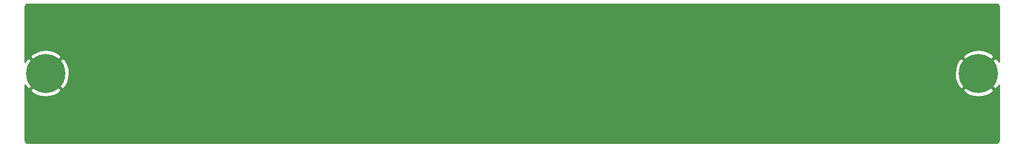
<source format=gbr>
G04 #@! TF.GenerationSoftware,KiCad,Pcbnew,(5.1.5)-2*
G04 #@! TF.CreationDate,2020-03-13T20:39:15+13:00*
G04 #@! TF.ProjectId,sony_plate,736f6e79-5f70-46c6-9174-652e6b696361,rev?*
G04 #@! TF.SameCoordinates,Original*
G04 #@! TF.FileFunction,Copper,L2,Bot*
G04 #@! TF.FilePolarity,Positive*
%FSLAX46Y46*%
G04 Gerber Fmt 4.6, Leading zero omitted, Abs format (unit mm)*
G04 Created by KiCad (PCBNEW (5.1.5)-2) date 2020-03-13 20:39:15*
%MOMM*%
%LPD*%
G04 APERTURE LIST*
%ADD10C,0.800000*%
%ADD11C,6.400000*%
%ADD12C,0.254000*%
G04 APERTURE END LIST*
D10*
X35697056Y-110302944D03*
X34000000Y-109600000D03*
X32302944Y-110302944D03*
X31600000Y-112000000D03*
X32302944Y-113697056D03*
X34000000Y-114400000D03*
X35697056Y-113697056D03*
X36400000Y-112000000D03*
D11*
X34000000Y-112000000D03*
D10*
X187697056Y-110302944D03*
X186000000Y-109600000D03*
X184302944Y-110302944D03*
X183600000Y-112000000D03*
X184302944Y-113697056D03*
X186000000Y-114400000D03*
X187697056Y-113697056D03*
X188400000Y-112000000D03*
D11*
X186000000Y-112000000D03*
D12*
G36*
X189065424Y-100669580D02*
G01*
X189128356Y-100688580D01*
X189186405Y-100719445D01*
X189237343Y-100760989D01*
X189279248Y-100811644D01*
X189310515Y-100869471D01*
X189329956Y-100932272D01*
X189340000Y-101027835D01*
X189340000Y-110111927D01*
X189217555Y-109879330D01*
X189190548Y-109838912D01*
X188700881Y-109478724D01*
X186179605Y-112000000D01*
X188700881Y-114521276D01*
X189190548Y-114161088D01*
X189340001Y-113885674D01*
X189340001Y-122967711D01*
X189330420Y-123065424D01*
X189311420Y-123128357D01*
X189280554Y-123186406D01*
X189239011Y-123237343D01*
X189188356Y-123279248D01*
X189130529Y-123310515D01*
X189067728Y-123329956D01*
X188972165Y-123340000D01*
X31032279Y-123340000D01*
X30934576Y-123330420D01*
X30871643Y-123311420D01*
X30813594Y-123280554D01*
X30762657Y-123239011D01*
X30720752Y-123188356D01*
X30689485Y-123130529D01*
X30670044Y-123067728D01*
X30660000Y-122972165D01*
X30660000Y-114700881D01*
X31478724Y-114700881D01*
X31838912Y-115190548D01*
X32502882Y-115550849D01*
X33224385Y-115774694D01*
X33975695Y-115853480D01*
X34727938Y-115784178D01*
X35452208Y-115569452D01*
X36120670Y-115217555D01*
X36161088Y-115190548D01*
X36521276Y-114700881D01*
X183478724Y-114700881D01*
X183838912Y-115190548D01*
X184502882Y-115550849D01*
X185224385Y-115774694D01*
X185975695Y-115853480D01*
X186727938Y-115784178D01*
X187452208Y-115569452D01*
X188120670Y-115217555D01*
X188161088Y-115190548D01*
X188521276Y-114700881D01*
X186000000Y-112179605D01*
X183478724Y-114700881D01*
X36521276Y-114700881D01*
X34000000Y-112179605D01*
X31478724Y-114700881D01*
X30660000Y-114700881D01*
X30660000Y-113888074D01*
X30782445Y-114120670D01*
X30809452Y-114161088D01*
X31299119Y-114521276D01*
X33820395Y-112000000D01*
X34179605Y-112000000D01*
X36700881Y-114521276D01*
X37190548Y-114161088D01*
X37550849Y-113497118D01*
X37774694Y-112775615D01*
X37853480Y-112024305D01*
X37849002Y-111975695D01*
X182146520Y-111975695D01*
X182215822Y-112727938D01*
X182430548Y-113452208D01*
X182782445Y-114120670D01*
X182809452Y-114161088D01*
X183299119Y-114521276D01*
X185820395Y-112000000D01*
X183299119Y-109478724D01*
X182809452Y-109838912D01*
X182449151Y-110502882D01*
X182225306Y-111224385D01*
X182146520Y-111975695D01*
X37849002Y-111975695D01*
X37784178Y-111272062D01*
X37569452Y-110547792D01*
X37217555Y-109879330D01*
X37190548Y-109838912D01*
X36700881Y-109478724D01*
X34179605Y-112000000D01*
X33820395Y-112000000D01*
X31299119Y-109478724D01*
X30809452Y-109838912D01*
X30660000Y-110114325D01*
X30660000Y-109299119D01*
X31478724Y-109299119D01*
X34000000Y-111820395D01*
X36521276Y-109299119D01*
X183478724Y-109299119D01*
X186000000Y-111820395D01*
X188521276Y-109299119D01*
X188161088Y-108809452D01*
X187497118Y-108449151D01*
X186775615Y-108225306D01*
X186024305Y-108146520D01*
X185272062Y-108215822D01*
X184547792Y-108430548D01*
X183879330Y-108782445D01*
X183838912Y-108809452D01*
X183478724Y-109299119D01*
X36521276Y-109299119D01*
X36161088Y-108809452D01*
X35497118Y-108449151D01*
X34775615Y-108225306D01*
X34024305Y-108146520D01*
X33272062Y-108215822D01*
X32547792Y-108430548D01*
X31879330Y-108782445D01*
X31838912Y-108809452D01*
X31478724Y-109299119D01*
X30660000Y-109299119D01*
X30660000Y-101032279D01*
X30669580Y-100934576D01*
X30688580Y-100871644D01*
X30719445Y-100813595D01*
X30760989Y-100762657D01*
X30811644Y-100720752D01*
X30869471Y-100689485D01*
X30932272Y-100670044D01*
X31027835Y-100660000D01*
X188967721Y-100660000D01*
X189065424Y-100669580D01*
G37*
X189065424Y-100669580D02*
X189128356Y-100688580D01*
X189186405Y-100719445D01*
X189237343Y-100760989D01*
X189279248Y-100811644D01*
X189310515Y-100869471D01*
X189329956Y-100932272D01*
X189340000Y-101027835D01*
X189340000Y-110111927D01*
X189217555Y-109879330D01*
X189190548Y-109838912D01*
X188700881Y-109478724D01*
X186179605Y-112000000D01*
X188700881Y-114521276D01*
X189190548Y-114161088D01*
X189340001Y-113885674D01*
X189340001Y-122967711D01*
X189330420Y-123065424D01*
X189311420Y-123128357D01*
X189280554Y-123186406D01*
X189239011Y-123237343D01*
X189188356Y-123279248D01*
X189130529Y-123310515D01*
X189067728Y-123329956D01*
X188972165Y-123340000D01*
X31032279Y-123340000D01*
X30934576Y-123330420D01*
X30871643Y-123311420D01*
X30813594Y-123280554D01*
X30762657Y-123239011D01*
X30720752Y-123188356D01*
X30689485Y-123130529D01*
X30670044Y-123067728D01*
X30660000Y-122972165D01*
X30660000Y-114700881D01*
X31478724Y-114700881D01*
X31838912Y-115190548D01*
X32502882Y-115550849D01*
X33224385Y-115774694D01*
X33975695Y-115853480D01*
X34727938Y-115784178D01*
X35452208Y-115569452D01*
X36120670Y-115217555D01*
X36161088Y-115190548D01*
X36521276Y-114700881D01*
X183478724Y-114700881D01*
X183838912Y-115190548D01*
X184502882Y-115550849D01*
X185224385Y-115774694D01*
X185975695Y-115853480D01*
X186727938Y-115784178D01*
X187452208Y-115569452D01*
X188120670Y-115217555D01*
X188161088Y-115190548D01*
X188521276Y-114700881D01*
X186000000Y-112179605D01*
X183478724Y-114700881D01*
X36521276Y-114700881D01*
X34000000Y-112179605D01*
X31478724Y-114700881D01*
X30660000Y-114700881D01*
X30660000Y-113888074D01*
X30782445Y-114120670D01*
X30809452Y-114161088D01*
X31299119Y-114521276D01*
X33820395Y-112000000D01*
X34179605Y-112000000D01*
X36700881Y-114521276D01*
X37190548Y-114161088D01*
X37550849Y-113497118D01*
X37774694Y-112775615D01*
X37853480Y-112024305D01*
X37849002Y-111975695D01*
X182146520Y-111975695D01*
X182215822Y-112727938D01*
X182430548Y-113452208D01*
X182782445Y-114120670D01*
X182809452Y-114161088D01*
X183299119Y-114521276D01*
X185820395Y-112000000D01*
X183299119Y-109478724D01*
X182809452Y-109838912D01*
X182449151Y-110502882D01*
X182225306Y-111224385D01*
X182146520Y-111975695D01*
X37849002Y-111975695D01*
X37784178Y-111272062D01*
X37569452Y-110547792D01*
X37217555Y-109879330D01*
X37190548Y-109838912D01*
X36700881Y-109478724D01*
X34179605Y-112000000D01*
X33820395Y-112000000D01*
X31299119Y-109478724D01*
X30809452Y-109838912D01*
X30660000Y-110114325D01*
X30660000Y-109299119D01*
X31478724Y-109299119D01*
X34000000Y-111820395D01*
X36521276Y-109299119D01*
X183478724Y-109299119D01*
X186000000Y-111820395D01*
X188521276Y-109299119D01*
X188161088Y-108809452D01*
X187497118Y-108449151D01*
X186775615Y-108225306D01*
X186024305Y-108146520D01*
X185272062Y-108215822D01*
X184547792Y-108430548D01*
X183879330Y-108782445D01*
X183838912Y-108809452D01*
X183478724Y-109299119D01*
X36521276Y-109299119D01*
X36161088Y-108809452D01*
X35497118Y-108449151D01*
X34775615Y-108225306D01*
X34024305Y-108146520D01*
X33272062Y-108215822D01*
X32547792Y-108430548D01*
X31879330Y-108782445D01*
X31838912Y-108809452D01*
X31478724Y-109299119D01*
X30660000Y-109299119D01*
X30660000Y-101032279D01*
X30669580Y-100934576D01*
X30688580Y-100871644D01*
X30719445Y-100813595D01*
X30760989Y-100762657D01*
X30811644Y-100720752D01*
X30869471Y-100689485D01*
X30932272Y-100670044D01*
X31027835Y-100660000D01*
X188967721Y-100660000D01*
X189065424Y-100669580D01*
M02*

</source>
